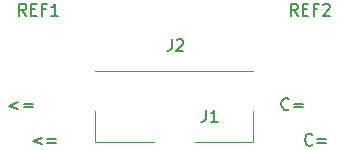
<source format=gbr>
%TF.GenerationSoftware,KiCad,Pcbnew,6.0.6+dfsg-1*%
%TF.CreationDate,2022-07-30T13:20:06-07:00*%
%TF.ProjectId,usb_breakout,7573625f-6272-4656-916b-6f75742e6b69,rev?*%
%TF.SameCoordinates,Original*%
%TF.FileFunction,Legend,Top*%
%TF.FilePolarity,Positive*%
%FSLAX46Y46*%
G04 Gerber Fmt 4.6, Leading zero omitted, Abs format (unit mm)*
G04 Created by KiCad (PCBNEW 6.0.6+dfsg-1) date 2022-07-30 13:20:06*
%MOMM*%
%LPD*%
G01*
G04 APERTURE LIST*
%ADD10C,0.150000*%
%ADD11C,0.120000*%
G04 APERTURE END LIST*
D10*
X128761904Y-89785714D02*
X128000000Y-90071428D01*
X128761904Y-90357142D01*
X129238095Y-89928571D02*
X130000000Y-89928571D01*
X130000000Y-90214285D02*
X129238095Y-90214285D01*
X126761904Y-86785714D02*
X126000000Y-87071428D01*
X126761904Y-87357142D01*
X127238095Y-86928571D02*
X128000000Y-86928571D01*
X128000000Y-87214285D02*
X127238095Y-87214285D01*
X151690476Y-90357142D02*
X151642857Y-90404761D01*
X151500000Y-90452380D01*
X151404761Y-90452380D01*
X151261904Y-90404761D01*
X151166666Y-90309523D01*
X151119047Y-90214285D01*
X151071428Y-90023809D01*
X151071428Y-89880952D01*
X151119047Y-89690476D01*
X151166666Y-89595238D01*
X151261904Y-89500000D01*
X151404761Y-89452380D01*
X151500000Y-89452380D01*
X151642857Y-89500000D01*
X151690476Y-89547619D01*
X152119047Y-89928571D02*
X152880952Y-89928571D01*
X152880952Y-90214285D02*
X152119047Y-90214285D01*
X149690476Y-87357142D02*
X149642857Y-87404761D01*
X149500000Y-87452380D01*
X149404761Y-87452380D01*
X149261904Y-87404761D01*
X149166666Y-87309523D01*
X149119047Y-87214285D01*
X149071428Y-87023809D01*
X149071428Y-86880952D01*
X149119047Y-86690476D01*
X149166666Y-86595238D01*
X149261904Y-86500000D01*
X149404761Y-86452380D01*
X149500000Y-86452380D01*
X149642857Y-86500000D01*
X149690476Y-86547619D01*
X150119047Y-86928571D02*
X150880952Y-86928571D01*
X150880952Y-87214285D02*
X150119047Y-87214285D01*
%TO.C,J2*%
X139766666Y-81452380D02*
X139766666Y-82166666D01*
X139719047Y-82309523D01*
X139623809Y-82404761D01*
X139480952Y-82452380D01*
X139385714Y-82452380D01*
X140195238Y-81547619D02*
X140242857Y-81500000D01*
X140338095Y-81452380D01*
X140576190Y-81452380D01*
X140671428Y-81500000D01*
X140719047Y-81547619D01*
X140766666Y-81642857D01*
X140766666Y-81738095D01*
X140719047Y-81880952D01*
X140147619Y-82452380D01*
X140766666Y-82452380D01*
%TO.C,J1*%
X142666666Y-87452380D02*
X142666666Y-88166666D01*
X142619047Y-88309523D01*
X142523809Y-88404761D01*
X142380952Y-88452380D01*
X142285714Y-88452380D01*
X143666666Y-88452380D02*
X143095238Y-88452380D01*
X143380952Y-88452380D02*
X143380952Y-87452380D01*
X143285714Y-87595238D01*
X143190476Y-87690476D01*
X143095238Y-87738095D01*
%TO.C,REF1*%
X127452380Y-79452380D02*
X127119047Y-78976190D01*
X126880952Y-79452380D02*
X126880952Y-78452380D01*
X127261904Y-78452380D01*
X127357142Y-78500000D01*
X127404761Y-78547619D01*
X127452380Y-78642857D01*
X127452380Y-78785714D01*
X127404761Y-78880952D01*
X127357142Y-78928571D01*
X127261904Y-78976190D01*
X126880952Y-78976190D01*
X127880952Y-78928571D02*
X128214285Y-78928571D01*
X128357142Y-79452380D02*
X127880952Y-79452380D01*
X127880952Y-78452380D01*
X128357142Y-78452380D01*
X129119047Y-78928571D02*
X128785714Y-78928571D01*
X128785714Y-79452380D02*
X128785714Y-78452380D01*
X129261904Y-78452380D01*
X130166666Y-79452380D02*
X129595238Y-79452380D01*
X129880952Y-79452380D02*
X129880952Y-78452380D01*
X129785714Y-78595238D01*
X129690476Y-78690476D01*
X129595238Y-78738095D01*
%TO.C,REF2*%
X150452380Y-79452380D02*
X150119047Y-78976190D01*
X149880952Y-79452380D02*
X149880952Y-78452380D01*
X150261904Y-78452380D01*
X150357142Y-78500000D01*
X150404761Y-78547619D01*
X150452380Y-78642857D01*
X150452380Y-78785714D01*
X150404761Y-78880952D01*
X150357142Y-78928571D01*
X150261904Y-78976190D01*
X149880952Y-78976190D01*
X150880952Y-78928571D02*
X151214285Y-78928571D01*
X151357142Y-79452380D02*
X150880952Y-79452380D01*
X150880952Y-78452380D01*
X151357142Y-78452380D01*
X152119047Y-78928571D02*
X151785714Y-78928571D01*
X151785714Y-79452380D02*
X151785714Y-78452380D01*
X152261904Y-78452380D01*
X152595238Y-78547619D02*
X152642857Y-78500000D01*
X152738095Y-78452380D01*
X152976190Y-78452380D01*
X153071428Y-78500000D01*
X153119047Y-78547619D01*
X153166666Y-78642857D01*
X153166666Y-78738095D01*
X153119047Y-78880952D01*
X152547619Y-79452380D01*
X153166666Y-79452380D01*
D11*
%TO.C,J1*%
X133300000Y-90120000D02*
X133300000Y-87520000D01*
X133300000Y-84120000D02*
X146700000Y-84120000D01*
X133300000Y-90120000D02*
X138250000Y-90120000D01*
X146700000Y-90120000D02*
X141750000Y-90120000D01*
X146700000Y-90120000D02*
X146700000Y-87520000D01*
%TD*%
M02*

</source>
